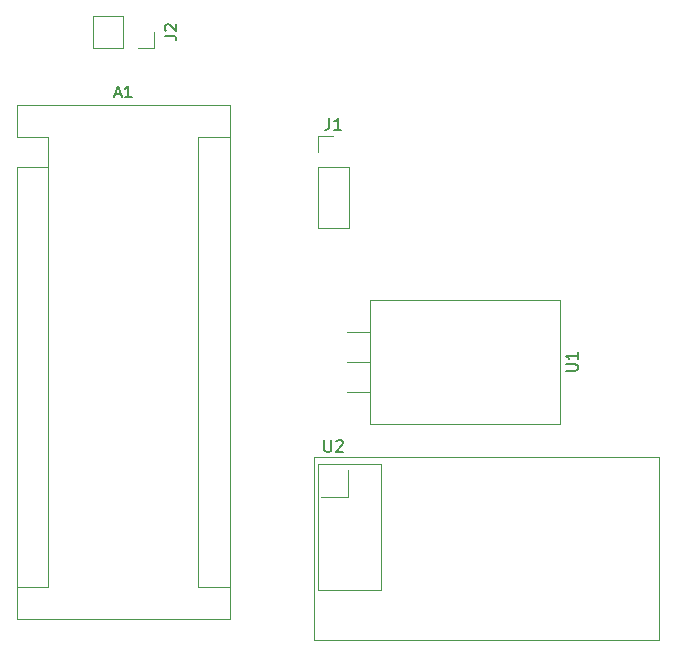
<source format=gbr>
G04 #@! TF.GenerationSoftware,KiCad,Pcbnew,(5.1.5)-3*
G04 #@! TF.CreationDate,2020-02-10T18:59:08+01:00*
G04 #@! TF.ProjectId,WeatherStationSender,57656174-6865-4725-9374-6174696f6e53,rev?*
G04 #@! TF.SameCoordinates,Original*
G04 #@! TF.FileFunction,Legend,Top*
G04 #@! TF.FilePolarity,Positive*
%FSLAX46Y46*%
G04 Gerber Fmt 4.6, Leading zero omitted, Abs format (unit mm)*
G04 Created by KiCad (PCBNEW (5.1.5)-3) date 2020-02-10 18:59:08*
%MOMM*%
%LPD*%
G04 APERTURE LIST*
%ADD10C,0.120000*%
%ADD11C,0.150000*%
G04 APERTURE END LIST*
D10*
X143510000Y-89916000D02*
X143510000Y-89916000D01*
X143510000Y-100584000D02*
X143510000Y-89916000D01*
X143180000Y-89340000D02*
X143180000Y-89340000D01*
X143180000Y-104790000D02*
X143180000Y-89340000D01*
X172380000Y-104790000D02*
X143180000Y-104790000D01*
X172380000Y-89340000D02*
X172380000Y-104790000D01*
X143180000Y-89340000D02*
X172380000Y-89340000D01*
X143764000Y-92710000D02*
X143764000Y-92710000D01*
X146050000Y-92710000D02*
X143764000Y-92710000D01*
X146050000Y-90424000D02*
X146050000Y-92710000D01*
X143510000Y-100584000D02*
X143510000Y-100584000D01*
X148844000Y-100584000D02*
X143510000Y-100584000D01*
X148844000Y-89916000D02*
X148844000Y-100584000D01*
X143510000Y-89916000D02*
X148844000Y-89916000D01*
X147890000Y-83820000D02*
X145930000Y-83820000D01*
X147890000Y-81280000D02*
X145930000Y-81280000D01*
X147890000Y-78740000D02*
X145930000Y-78740000D01*
X164000000Y-86530000D02*
X147890000Y-86530000D01*
X164000000Y-76030000D02*
X147890000Y-76030000D01*
X164000000Y-76030000D02*
X164000000Y-86530000D01*
X147890000Y-76030000D02*
X147890000Y-86530000D01*
X129600000Y-53340000D02*
X129600000Y-54670000D01*
X129600000Y-54670000D02*
X128270000Y-54670000D01*
X127000000Y-54670000D02*
X124400000Y-54670000D01*
X124400000Y-52010000D02*
X124400000Y-54670000D01*
X127000000Y-52010000D02*
X124400000Y-52010000D01*
X127000000Y-52010000D02*
X127000000Y-54670000D01*
X143450000Y-62170000D02*
X144780000Y-62170000D01*
X143450000Y-63500000D02*
X143450000Y-62170000D01*
X143450000Y-64770000D02*
X146110000Y-64770000D01*
X146110000Y-64770000D02*
X146110000Y-69910000D01*
X143450000Y-64770000D02*
X143450000Y-69910000D01*
X143450000Y-69910000D02*
X146110000Y-69910000D01*
X136020000Y-59560000D02*
X117980000Y-59560000D01*
X136020000Y-103000000D02*
X136020000Y-59560000D01*
X117980000Y-103000000D02*
X136020000Y-103000000D01*
X120650000Y-100330000D02*
X117980000Y-100330000D01*
X120650000Y-64770000D02*
X120650000Y-100330000D01*
X120650000Y-64770000D02*
X117980000Y-64770000D01*
X133350000Y-100330000D02*
X136020000Y-100330000D01*
X133350000Y-62230000D02*
X133350000Y-100330000D01*
X133350000Y-62230000D02*
X136020000Y-62230000D01*
X117980000Y-59560000D02*
X117980000Y-62230000D01*
X117980000Y-64770000D02*
X117980000Y-103000000D01*
X120650000Y-62230000D02*
X117980000Y-62230000D01*
X120650000Y-64770000D02*
X120650000Y-62230000D01*
D11*
X144018095Y-87892380D02*
X144018095Y-88701904D01*
X144065714Y-88797142D01*
X144113333Y-88844761D01*
X144208571Y-88892380D01*
X144399047Y-88892380D01*
X144494285Y-88844761D01*
X144541904Y-88797142D01*
X144589523Y-88701904D01*
X144589523Y-87892380D01*
X145018095Y-87987619D02*
X145065714Y-87940000D01*
X145160952Y-87892380D01*
X145399047Y-87892380D01*
X145494285Y-87940000D01*
X145541904Y-87987619D01*
X145589523Y-88082857D01*
X145589523Y-88178095D01*
X145541904Y-88320952D01*
X144970476Y-88892380D01*
X145589523Y-88892380D01*
X164452380Y-82041904D02*
X165261904Y-82041904D01*
X165357142Y-81994285D01*
X165404761Y-81946666D01*
X165452380Y-81851428D01*
X165452380Y-81660952D01*
X165404761Y-81565714D01*
X165357142Y-81518095D01*
X165261904Y-81470476D01*
X164452380Y-81470476D01*
X165452380Y-80470476D02*
X165452380Y-81041904D01*
X165452380Y-80756190D02*
X164452380Y-80756190D01*
X164595238Y-80851428D01*
X164690476Y-80946666D01*
X164738095Y-81041904D01*
X130492380Y-53673333D02*
X131206666Y-53673333D01*
X131349523Y-53720952D01*
X131444761Y-53816190D01*
X131492380Y-53959047D01*
X131492380Y-54054285D01*
X130587619Y-53244761D02*
X130540000Y-53197142D01*
X130492380Y-53101904D01*
X130492380Y-52863809D01*
X130540000Y-52768571D01*
X130587619Y-52720952D01*
X130682857Y-52673333D01*
X130778095Y-52673333D01*
X130920952Y-52720952D01*
X131492380Y-53292380D01*
X131492380Y-52673333D01*
X144446666Y-60622380D02*
X144446666Y-61336666D01*
X144399047Y-61479523D01*
X144303809Y-61574761D01*
X144160952Y-61622380D01*
X144065714Y-61622380D01*
X145446666Y-61622380D02*
X144875238Y-61622380D01*
X145160952Y-61622380D02*
X145160952Y-60622380D01*
X145065714Y-60765238D01*
X144970476Y-60860476D01*
X144875238Y-60908095D01*
X126285714Y-58586666D02*
X126761904Y-58586666D01*
X126190476Y-58872380D02*
X126523809Y-57872380D01*
X126857142Y-58872380D01*
X127714285Y-58872380D02*
X127142857Y-58872380D01*
X127428571Y-58872380D02*
X127428571Y-57872380D01*
X127333333Y-58015238D01*
X127238095Y-58110476D01*
X127142857Y-58158095D01*
M02*

</source>
